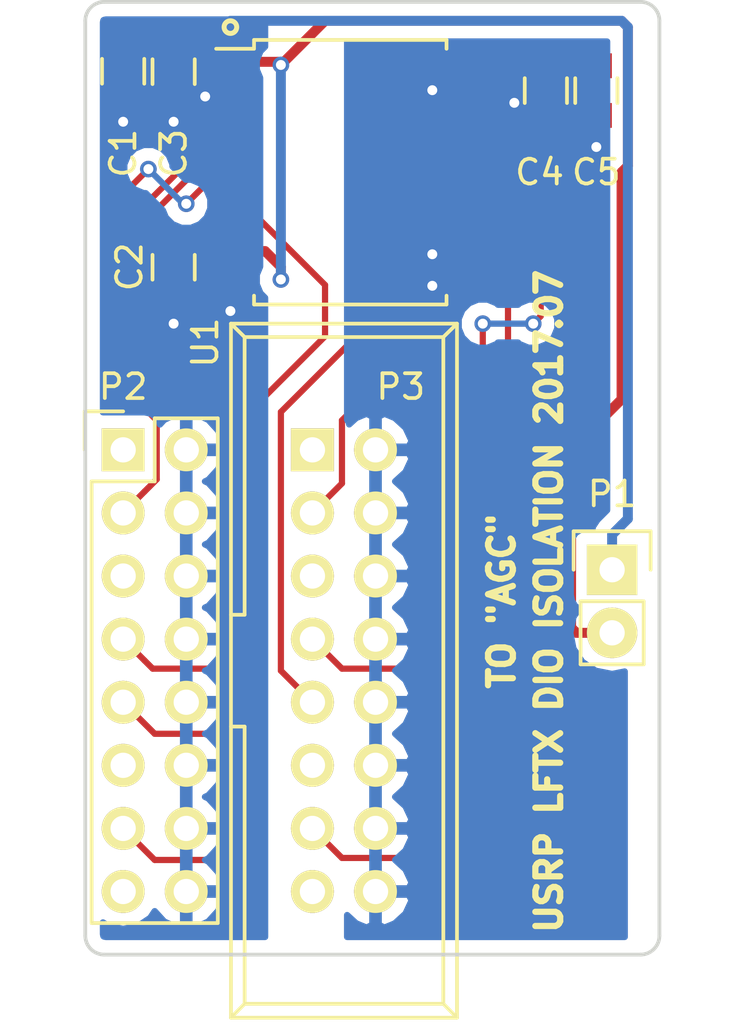
<source format=kicad_pcb>
(kicad_pcb (version 4) (host pcbnew 4.0.4-1.fc24-product)

  (general
    (links 40)
    (no_connects 0)
    (area 195.626667 43.861523 225.378334 85.301001)
    (thickness 1.6)
    (drawings 11)
    (tracks 139)
    (zones 0)
    (modules 9)
    (nets 13)
  )

  (page A4)
  (layers
    (0 F.Cu signal)
    (31 B.Cu signal)
    (32 B.Adhes user)
    (33 F.Adhes user)
    (34 B.Paste user)
    (35 F.Paste user)
    (36 B.SilkS user)
    (37 F.SilkS user)
    (38 B.Mask user)
    (39 F.Mask user)
    (40 Dwgs.User user)
    (41 Cmts.User user)
    (42 Eco1.User user)
    (43 Eco2.User user)
    (44 Edge.Cuts user)
    (45 Margin user)
    (46 B.CrtYd user)
    (47 F.CrtYd user)
    (48 B.Fab user)
    (49 F.Fab user)
  )

  (setup
    (last_trace_width 0.25)
    (user_trace_width 0.4)
    (trace_clearance 0.2)
    (zone_clearance 0.508)
    (zone_45_only no)
    (trace_min 0.2)
    (segment_width 0.2)
    (edge_width 0.15)
    (via_size 0.67)
    (via_drill 0.4)
    (via_min_size 0.4)
    (via_min_drill 0.3)
    (uvia_size 0.3)
    (uvia_drill 0.1)
    (uvias_allowed no)
    (uvia_min_size 0.2)
    (uvia_min_drill 0.1)
    (pcb_text_width 0.3)
    (pcb_text_size 1.5 1.5)
    (mod_edge_width 0.15)
    (mod_text_size 1 1)
    (mod_text_width 0.15)
    (pad_size 2.032 2.032)
    (pad_drill 1.016)
    (pad_to_mask_clearance 0.2)
    (aux_axis_origin 0 0)
    (visible_elements FFFEFF7F)
    (pcbplotparams
      (layerselection 0x010f0_80000001)
      (usegerberextensions false)
      (excludeedgelayer true)
      (linewidth 0.100000)
      (plotframeref false)
      (viasonmask false)
      (mode 1)
      (useauxorigin false)
      (hpglpennumber 1)
      (hpglpenspeed 20)
      (hpglpendiameter 15)
      (hpglpenoverlay 2)
      (psnegative false)
      (psa4output false)
      (plotreference true)
      (plotvalue true)
      (plotinvisibletext false)
      (padsonsilk false)
      (subtractmaskfromsilk false)
      (outputformat 1)
      (mirror false)
      (drillshape 0)
      (scaleselection 1)
      (outputdirectory gerbs/))
  )

  (net 0 "")
  (net 1 +3V3)
  (net 2 GND)
  (net 3 VDDA)
  (net 4 GNDA)
  (net 5 /FAULT)
  (net 6 /TRA)
  (net 7 /TRB)
  (net 8 /DISABLE)
  (net 9 /FAULT_ISO)
  (net 10 /TRA_ISO)
  (net 11 /TRB_ISO)
  (net 12 /DISABLE_ISO)

  (net_class Default "This is the default net class."
    (clearance 0.2)
    (trace_width 0.25)
    (via_dia 0.67)
    (via_drill 0.4)
    (uvia_dia 0.3)
    (uvia_drill 0.1)
    (add_net +3V3)
    (add_net /DISABLE)
    (add_net /DISABLE_ISO)
    (add_net /FAULT)
    (add_net /FAULT_ISO)
    (add_net /TRA)
    (add_net /TRA_ISO)
    (add_net /TRB)
    (add_net /TRB_ISO)
    (add_net GND)
    (add_net GNDA)
    (add_net VDDA)
  )

  (module Capacitors_SMD:C_0805 (layer F.Cu) (tedit 5415D6EA) (tstamp 59681D42)
    (at 200.66 46.736 270)
    (descr "Capacitor SMD 0805, reflow soldering, AVX (see smccp.pdf)")
    (tags "capacitor 0805")
    (path /596837BC)
    (attr smd)
    (fp_text reference C1 (at 3.302 0 270) (layer F.SilkS)
      (effects (font (size 1 1) (thickness 0.15)))
    )
    (fp_text value "10 uF" (at 0 2.1 270) (layer F.Fab)
      (effects (font (size 1 1) (thickness 0.15)))
    )
    (fp_line (start -1.8 -1) (end 1.8 -1) (layer F.CrtYd) (width 0.05))
    (fp_line (start -1.8 1) (end 1.8 1) (layer F.CrtYd) (width 0.05))
    (fp_line (start -1.8 -1) (end -1.8 1) (layer F.CrtYd) (width 0.05))
    (fp_line (start 1.8 -1) (end 1.8 1) (layer F.CrtYd) (width 0.05))
    (fp_line (start 0.5 -0.85) (end -0.5 -0.85) (layer F.SilkS) (width 0.15))
    (fp_line (start -0.5 0.85) (end 0.5 0.85) (layer F.SilkS) (width 0.15))
    (pad 1 smd rect (at -1 0 270) (size 1 1.25) (layers F.Cu F.Paste F.Mask)
      (net 1 +3V3))
    (pad 2 smd rect (at 1 0 270) (size 1 1.25) (layers F.Cu F.Paste F.Mask)
      (net 2 GND))
    (model Capacitors_SMD.3dshapes/C_0805.wrl
      (at (xyz 0 0 0))
      (scale (xyz 1 1 1))
      (rotate (xyz 0 0 0))
    )
  )

  (module Capacitors_SMD:C_0805 (layer F.Cu) (tedit 5415D6EA) (tstamp 59681D48)
    (at 202.692 54.626 270)
    (descr "Capacitor SMD 0805, reflow soldering, AVX (see smccp.pdf)")
    (tags "capacitor 0805")
    (path /596837C2)
    (attr smd)
    (fp_text reference C2 (at -0.016 1.778 450) (layer F.SilkS)
      (effects (font (size 1 1) (thickness 0.15)))
    )
    (fp_text value "100 nF" (at 0 2.1 270) (layer F.Fab)
      (effects (font (size 1 1) (thickness 0.15)))
    )
    (fp_line (start -1.8 -1) (end 1.8 -1) (layer F.CrtYd) (width 0.05))
    (fp_line (start -1.8 1) (end 1.8 1) (layer F.CrtYd) (width 0.05))
    (fp_line (start -1.8 -1) (end -1.8 1) (layer F.CrtYd) (width 0.05))
    (fp_line (start 1.8 -1) (end 1.8 1) (layer F.CrtYd) (width 0.05))
    (fp_line (start 0.5 -0.85) (end -0.5 -0.85) (layer F.SilkS) (width 0.15))
    (fp_line (start -0.5 0.85) (end 0.5 0.85) (layer F.SilkS) (width 0.15))
    (pad 1 smd rect (at -1 0 270) (size 1 1.25) (layers F.Cu F.Paste F.Mask)
      (net 1 +3V3))
    (pad 2 smd rect (at 1 0 270) (size 1 1.25) (layers F.Cu F.Paste F.Mask)
      (net 2 GND))
    (model Capacitors_SMD.3dshapes/C_0805.wrl
      (at (xyz 0 0 0))
      (scale (xyz 1 1 1))
      (rotate (xyz 0 0 0))
    )
  )

  (module Capacitors_SMD:C_0805 (layer F.Cu) (tedit 5415D6EA) (tstamp 59681D4E)
    (at 202.692 46.752 270)
    (descr "Capacitor SMD 0805, reflow soldering, AVX (see smccp.pdf)")
    (tags "capacitor 0805")
    (path /59683BA6)
    (attr smd)
    (fp_text reference C3 (at 3.286 0 270) (layer F.SilkS)
      (effects (font (size 1 1) (thickness 0.15)))
    )
    (fp_text value "100 nF" (at 0 2.1 270) (layer F.Fab)
      (effects (font (size 1 1) (thickness 0.15)))
    )
    (fp_line (start -1.8 -1) (end 1.8 -1) (layer F.CrtYd) (width 0.05))
    (fp_line (start -1.8 1) (end 1.8 1) (layer F.CrtYd) (width 0.05))
    (fp_line (start -1.8 -1) (end -1.8 1) (layer F.CrtYd) (width 0.05))
    (fp_line (start 1.8 -1) (end 1.8 1) (layer F.CrtYd) (width 0.05))
    (fp_line (start 0.5 -0.85) (end -0.5 -0.85) (layer F.SilkS) (width 0.15))
    (fp_line (start -0.5 0.85) (end 0.5 0.85) (layer F.SilkS) (width 0.15))
    (pad 1 smd rect (at -1 0 270) (size 1 1.25) (layers F.Cu F.Paste F.Mask)
      (net 1 +3V3))
    (pad 2 smd rect (at 1 0 270) (size 1 1.25) (layers F.Cu F.Paste F.Mask)
      (net 2 GND))
    (model Capacitors_SMD.3dshapes/C_0805.wrl
      (at (xyz 0 0 0))
      (scale (xyz 1 1 1))
      (rotate (xyz 0 0 0))
    )
  )

  (module Capacitors_SMD:C_0805 (layer F.Cu) (tedit 5415D6EA) (tstamp 59681D54)
    (at 217.678 47.514 270)
    (descr "Capacitor SMD 0805, reflow soldering, AVX (see smccp.pdf)")
    (tags "capacitor 0805")
    (path /59681C66)
    (attr smd)
    (fp_text reference C4 (at 3.286 0.254 360) (layer F.SilkS)
      (effects (font (size 1 1) (thickness 0.15)))
    )
    (fp_text value "100 nF" (at 0 2.1 270) (layer F.Fab)
      (effects (font (size 1 1) (thickness 0.15)))
    )
    (fp_line (start -1.8 -1) (end 1.8 -1) (layer F.CrtYd) (width 0.05))
    (fp_line (start -1.8 1) (end 1.8 1) (layer F.CrtYd) (width 0.05))
    (fp_line (start -1.8 -1) (end -1.8 1) (layer F.CrtYd) (width 0.05))
    (fp_line (start 1.8 -1) (end 1.8 1) (layer F.CrtYd) (width 0.05))
    (fp_line (start 0.5 -0.85) (end -0.5 -0.85) (layer F.SilkS) (width 0.15))
    (fp_line (start -0.5 0.85) (end 0.5 0.85) (layer F.SilkS) (width 0.15))
    (pad 1 smd rect (at -1 0 270) (size 1 1.25) (layers F.Cu F.Paste F.Mask)
      (net 3 VDDA))
    (pad 2 smd rect (at 1 0 270) (size 1 1.25) (layers F.Cu F.Paste F.Mask)
      (net 4 GNDA))
    (model Capacitors_SMD.3dshapes/C_0805.wrl
      (at (xyz 0 0 0))
      (scale (xyz 1 1 1))
      (rotate (xyz 0 0 0))
    )
  )

  (module Capacitors_SMD:C_0805 (layer F.Cu) (tedit 5415D6EA) (tstamp 59681D5A)
    (at 219.71 47.514 270)
    (descr "Capacitor SMD 0805, reflow soldering, AVX (see smccp.pdf)")
    (tags "capacitor 0805")
    (path /59681C60)
    (attr smd)
    (fp_text reference C5 (at 3.286 0 360) (layer F.SilkS)
      (effects (font (size 1 1) (thickness 0.15)))
    )
    (fp_text value "10 uF" (at 0 2.1 270) (layer F.Fab)
      (effects (font (size 1 1) (thickness 0.15)))
    )
    (fp_line (start -1.8 -1) (end 1.8 -1) (layer F.CrtYd) (width 0.05))
    (fp_line (start -1.8 1) (end 1.8 1) (layer F.CrtYd) (width 0.05))
    (fp_line (start -1.8 -1) (end -1.8 1) (layer F.CrtYd) (width 0.05))
    (fp_line (start 1.8 -1) (end 1.8 1) (layer F.CrtYd) (width 0.05))
    (fp_line (start 0.5 -0.85) (end -0.5 -0.85) (layer F.SilkS) (width 0.15))
    (fp_line (start -0.5 0.85) (end 0.5 0.85) (layer F.SilkS) (width 0.15))
    (pad 1 smd rect (at -1 0 270) (size 1 1.25) (layers F.Cu F.Paste F.Mask)
      (net 3 VDDA))
    (pad 2 smd rect (at 1 0 270) (size 1 1.25) (layers F.Cu F.Paste F.Mask)
      (net 4 GNDA))
    (model Capacitors_SMD.3dshapes/C_0805.wrl
      (at (xyz 0 0 0))
      (scale (xyz 1 1 1))
      (rotate (xyz 0 0 0))
    )
  )

  (module Pin_Headers:Pin_Header_Straight_1x02 (layer F.Cu) (tedit 54EA090C) (tstamp 59681D60)
    (at 220.345 66.802)
    (descr "Through hole pin header")
    (tags "pin header")
    (path /596813C1)
    (fp_text reference P1 (at 0 -3.048) (layer F.SilkS)
      (effects (font (size 1 1) (thickness 0.15)))
    )
    (fp_text value CONN_01X02 (at 0 -3.1) (layer F.Fab)
      (effects (font (size 1 1) (thickness 0.15)))
    )
    (fp_line (start 1.27 1.27) (end 1.27 3.81) (layer F.SilkS) (width 0.15))
    (fp_line (start 1.55 -1.55) (end 1.55 0) (layer F.SilkS) (width 0.15))
    (fp_line (start -1.75 -1.75) (end -1.75 4.3) (layer F.CrtYd) (width 0.05))
    (fp_line (start 1.75 -1.75) (end 1.75 4.3) (layer F.CrtYd) (width 0.05))
    (fp_line (start -1.75 -1.75) (end 1.75 -1.75) (layer F.CrtYd) (width 0.05))
    (fp_line (start -1.75 4.3) (end 1.75 4.3) (layer F.CrtYd) (width 0.05))
    (fp_line (start 1.27 1.27) (end -1.27 1.27) (layer F.SilkS) (width 0.15))
    (fp_line (start -1.55 0) (end -1.55 -1.55) (layer F.SilkS) (width 0.15))
    (fp_line (start -1.55 -1.55) (end 1.55 -1.55) (layer F.SilkS) (width 0.15))
    (fp_line (start -1.27 1.27) (end -1.27 3.81) (layer F.SilkS) (width 0.15))
    (fp_line (start -1.27 3.81) (end 1.27 3.81) (layer F.SilkS) (width 0.15))
    (pad 1 thru_hole rect (at 0 0) (size 2.032 2.032) (drill 1.016) (layers *.Cu *.Mask F.SilkS)
      (net 2 GND))
    (pad 2 thru_hole oval (at 0 2.54) (size 2.032 2.032) (drill 1.016) (layers *.Cu *.Mask F.SilkS)
      (net 1 +3V3))
    (model Pin_Headers.3dshapes/Pin_Header_Straight_1x02.wrl
      (at (xyz 0 -0.05 0))
      (scale (xyz 1 1 1))
      (rotate (xyz 0 0 90))
    )
  )

  (module Housings_SOIC:SOIC-16_7.5x10.3mm_Pitch1.27mm (layer F.Cu) (tedit 54130A77) (tstamp 59681D9C)
    (at 209.804 50.8)
    (descr "16-Lead Plastic Small Outline (SO) - Wide, 7.50 mm Body [SOIC] (see Microchip Packaging Specification 00000049BS.pdf)")
    (tags "SOIC 1.27")
    (path /59681EF7)
    (attr smd)
    (fp_text reference U1 (at -5.842 6.858 90) (layer F.SilkS)
      (effects (font (size 1 1) (thickness 0.15)))
    )
    (fp_text value ADUM5402ARWZ (at 0 6.25) (layer F.Fab)
      (effects (font (size 1 1) (thickness 0.15)))
    )
    (fp_line (start -5.65 -5.5) (end -5.65 5.5) (layer F.CrtYd) (width 0.05))
    (fp_line (start 5.65 -5.5) (end 5.65 5.5) (layer F.CrtYd) (width 0.05))
    (fp_line (start -5.65 -5.5) (end 5.65 -5.5) (layer F.CrtYd) (width 0.05))
    (fp_line (start -5.65 5.5) (end 5.65 5.5) (layer F.CrtYd) (width 0.05))
    (fp_line (start -3.875 -5.325) (end -3.875 -4.97) (layer F.SilkS) (width 0.15))
    (fp_line (start 3.875 -5.325) (end 3.875 -4.97) (layer F.SilkS) (width 0.15))
    (fp_line (start 3.875 5.325) (end 3.875 4.97) (layer F.SilkS) (width 0.15))
    (fp_line (start -3.875 5.325) (end -3.875 4.97) (layer F.SilkS) (width 0.15))
    (fp_line (start -3.875 -5.325) (end 3.875 -5.325) (layer F.SilkS) (width 0.15))
    (fp_line (start -3.875 5.325) (end 3.875 5.325) (layer F.SilkS) (width 0.15))
    (fp_line (start -3.875 -4.97) (end -5.4 -4.97) (layer F.SilkS) (width 0.15))
    (pad 1 smd rect (at -4.65 -4.445) (size 1.5 0.6) (layers F.Cu F.Paste F.Mask)
      (net 1 +3V3))
    (pad 2 smd rect (at -4.65 -3.175) (size 1.5 0.6) (layers F.Cu F.Paste F.Mask)
      (net 2 GND))
    (pad 3 smd rect (at -4.65 -1.905) (size 1.5 0.6) (layers F.Cu F.Paste F.Mask)
      (net 6 /TRA))
    (pad 4 smd rect (at -4.65 -0.635) (size 1.5 0.6) (layers F.Cu F.Paste F.Mask)
      (net 7 /TRB))
    (pad 5 smd rect (at -4.65 0.635) (size 1.5 0.6) (layers F.Cu F.Paste F.Mask)
      (net 5 /FAULT))
    (pad 6 smd rect (at -4.65 1.905) (size 1.5 0.6) (layers F.Cu F.Paste F.Mask)
      (net 8 /DISABLE))
    (pad 7 smd rect (at -4.65 3.175) (size 1.5 0.6) (layers F.Cu F.Paste F.Mask)
      (net 1 +3V3))
    (pad 8 smd rect (at -4.65 4.445) (size 1.5 0.6) (layers F.Cu F.Paste F.Mask)
      (net 2 GND))
    (pad 9 smd rect (at 4.65 4.445) (size 1.5 0.6) (layers F.Cu F.Paste F.Mask)
      (net 4 GNDA))
    (pad 10 smd rect (at 4.65 3.175) (size 1.5 0.6) (layers F.Cu F.Paste F.Mask)
      (net 4 GNDA))
    (pad 11 smd rect (at 4.65 1.905) (size 1.5 0.6) (layers F.Cu F.Paste F.Mask)
      (net 12 /DISABLE_ISO))
    (pad 12 smd rect (at 4.65 0.635) (size 1.5 0.6) (layers F.Cu F.Paste F.Mask)
      (net 9 /FAULT_ISO))
    (pad 13 smd rect (at 4.65 -0.635) (size 1.5 0.6) (layers F.Cu F.Paste F.Mask)
      (net 11 /TRB_ISO))
    (pad 14 smd rect (at 4.65 -1.905) (size 1.5 0.6) (layers F.Cu F.Paste F.Mask)
      (net 10 /TRA_ISO))
    (pad 15 smd rect (at 4.65 -3.175) (size 1.5 0.6) (layers F.Cu F.Paste F.Mask)
      (net 4 GNDA))
    (pad 16 smd rect (at 4.65 -4.445) (size 1.5 0.6) (layers F.Cu F.Paste F.Mask)
      (net 3 VDDA))
    (model Housings_SOIC.3dshapes/SOIC-16_7.5x10.3mm_Pitch1.27mm.wrl
      (at (xyz 0 0 0))
      (scale (xyz 1 1 1))
      (rotate (xyz 0 0 0))
    )
  )

  (module Pin_Headers:Pin_Header_Straight_2x08 (layer F.Cu) (tedit 0) (tstamp 596850D6)
    (at 200.66 61.976)
    (descr "Through hole pin header")
    (tags "pin header")
    (path /59681332)
    (fp_text reference P2 (at 0 -2.54) (layer F.SilkS)
      (effects (font (size 1 1) (thickness 0.15)))
    )
    (fp_text value CONN_02X08 (at 0 -3.1) (layer F.Fab)
      (effects (font (size 1 1) (thickness 0.15)))
    )
    (fp_line (start -1.75 -1.75) (end -1.75 19.55) (layer F.CrtYd) (width 0.05))
    (fp_line (start 4.3 -1.75) (end 4.3 19.55) (layer F.CrtYd) (width 0.05))
    (fp_line (start -1.75 -1.75) (end 4.3 -1.75) (layer F.CrtYd) (width 0.05))
    (fp_line (start -1.75 19.55) (end 4.3 19.55) (layer F.CrtYd) (width 0.05))
    (fp_line (start 3.81 19.05) (end 3.81 -1.27) (layer F.SilkS) (width 0.15))
    (fp_line (start -1.27 1.27) (end -1.27 19.05) (layer F.SilkS) (width 0.15))
    (fp_line (start 3.81 19.05) (end -1.27 19.05) (layer F.SilkS) (width 0.15))
    (fp_line (start 3.81 -1.27) (end 1.27 -1.27) (layer F.SilkS) (width 0.15))
    (fp_line (start 0 -1.55) (end -1.55 -1.55) (layer F.SilkS) (width 0.15))
    (fp_line (start 1.27 -1.27) (end 1.27 1.27) (layer F.SilkS) (width 0.15))
    (fp_line (start 1.27 1.27) (end -1.27 1.27) (layer F.SilkS) (width 0.15))
    (fp_line (start -1.55 -1.55) (end -1.55 0) (layer F.SilkS) (width 0.15))
    (pad 1 thru_hole rect (at 0 0) (size 1.7272 1.7272) (drill 1.016) (layers *.Cu *.Mask F.SilkS))
    (pad 2 thru_hole oval (at 2.54 0) (size 1.7272 1.7272) (drill 1.016) (layers *.Cu *.Mask F.SilkS)
      (net 2 GND))
    (pad 3 thru_hole oval (at 0 2.54) (size 1.7272 1.7272) (drill 1.016) (layers *.Cu *.Mask F.SilkS)
      (net 5 /FAULT))
    (pad 4 thru_hole oval (at 2.54 2.54) (size 1.7272 1.7272) (drill 1.016) (layers *.Cu *.Mask F.SilkS)
      (net 2 GND))
    (pad 5 thru_hole oval (at 0 5.08) (size 1.7272 1.7272) (drill 1.016) (layers *.Cu *.Mask F.SilkS))
    (pad 6 thru_hole oval (at 2.54 5.08) (size 1.7272 1.7272) (drill 1.016) (layers *.Cu *.Mask F.SilkS)
      (net 2 GND))
    (pad 7 thru_hole oval (at 0 7.62) (size 1.7272 1.7272) (drill 1.016) (layers *.Cu *.Mask F.SilkS)
      (net 6 /TRA))
    (pad 8 thru_hole oval (at 2.54 7.62) (size 1.7272 1.7272) (drill 1.016) (layers *.Cu *.Mask F.SilkS)
      (net 2 GND))
    (pad 9 thru_hole oval (at 0 10.16) (size 1.7272 1.7272) (drill 1.016) (layers *.Cu *.Mask F.SilkS)
      (net 7 /TRB))
    (pad 10 thru_hole oval (at 2.54 10.16) (size 1.7272 1.7272) (drill 1.016) (layers *.Cu *.Mask F.SilkS)
      (net 2 GND))
    (pad 11 thru_hole oval (at 0 12.7) (size 1.7272 1.7272) (drill 1.016) (layers *.Cu *.Mask F.SilkS))
    (pad 12 thru_hole oval (at 2.54 12.7) (size 1.7272 1.7272) (drill 1.016) (layers *.Cu *.Mask F.SilkS)
      (net 2 GND))
    (pad 13 thru_hole oval (at 0 15.24) (size 1.7272 1.7272) (drill 1.016) (layers *.Cu *.Mask F.SilkS)
      (net 8 /DISABLE))
    (pad 14 thru_hole oval (at 2.54 15.24) (size 1.7272 1.7272) (drill 1.016) (layers *.Cu *.Mask F.SilkS)
      (net 2 GND))
    (pad 15 thru_hole oval (at 0 17.78) (size 1.7272 1.7272) (drill 1.016) (layers *.Cu *.Mask F.SilkS))
    (pad 16 thru_hole oval (at 2.54 17.78) (size 1.7272 1.7272) (drill 1.016) (layers *.Cu *.Mask F.SilkS)
      (net 2 GND))
    (model Pin_Headers.3dshapes/Pin_Header_Straight_2x08.wrl
      (at (xyz 0.05 -0.35 0))
      (scale (xyz 1 1 1))
      (rotate (xyz 0 0 90))
    )
  )

  (module Connect:IDC_Header_Straight_16pins (layer F.Cu) (tedit 0) (tstamp 596850E9)
    (at 208.28 61.976 270)
    (descr "16 pins through hole IDC header")
    (tags "IDC header socket VASCH")
    (path /59681375)
    (fp_text reference P3 (at -2.54 -3.556 360) (layer F.SilkS)
      (effects (font (size 1 1) (thickness 0.15)))
    )
    (fp_text value CONN_02X08 (at 8.89 5.223 270) (layer F.Fab)
      (effects (font (size 1 1) (thickness 0.15)))
    )
    (fp_line (start -5.08 -5.82) (end 22.86 -5.82) (layer F.SilkS) (width 0.15))
    (fp_line (start -4.54 -5.27) (end 22.3 -5.27) (layer F.SilkS) (width 0.15))
    (fp_line (start -5.08 3.28) (end 22.86 3.28) (layer F.SilkS) (width 0.15))
    (fp_line (start -4.54 2.73) (end 6.64 2.73) (layer F.SilkS) (width 0.15))
    (fp_line (start 11.14 2.73) (end 22.3 2.73) (layer F.SilkS) (width 0.15))
    (fp_line (start 6.64 2.73) (end 6.64 3.28) (layer F.SilkS) (width 0.15))
    (fp_line (start 11.14 2.73) (end 11.14 3.28) (layer F.SilkS) (width 0.15))
    (fp_line (start -5.08 -5.82) (end -5.08 3.28) (layer F.SilkS) (width 0.15))
    (fp_line (start -4.54 -5.27) (end -4.54 2.73) (layer F.SilkS) (width 0.15))
    (fp_line (start 22.86 -5.82) (end 22.86 3.28) (layer F.SilkS) (width 0.15))
    (fp_line (start 22.3 -5.27) (end 22.3 2.73) (layer F.SilkS) (width 0.15))
    (fp_line (start -5.08 -5.82) (end -4.54 -5.27) (layer F.SilkS) (width 0.15))
    (fp_line (start 22.86 -5.82) (end 22.3 -5.27) (layer F.SilkS) (width 0.15))
    (fp_line (start -5.08 3.28) (end -4.54 2.73) (layer F.SilkS) (width 0.15))
    (fp_line (start 22.86 3.28) (end 22.3 2.73) (layer F.SilkS) (width 0.15))
    (fp_line (start -5.35 -6.05) (end 23.1 -6.05) (layer F.CrtYd) (width 0.05))
    (fp_line (start 23.1 -6.05) (end 23.1 3.55) (layer F.CrtYd) (width 0.05))
    (fp_line (start 23.1 3.55) (end -5.35 3.55) (layer F.CrtYd) (width 0.05))
    (fp_line (start -5.35 3.55) (end -5.35 -6.05) (layer F.CrtYd) (width 0.05))
    (pad 1 thru_hole rect (at 0 0 270) (size 1.7272 1.7272) (drill 1.016) (layers *.Cu *.Mask F.SilkS))
    (pad 2 thru_hole oval (at 0 -2.54 270) (size 1.7272 1.7272) (drill 1.016) (layers *.Cu *.Mask F.SilkS)
      (net 4 GNDA))
    (pad 3 thru_hole oval (at 2.54 0 270) (size 1.7272 1.7272) (drill 1.016) (layers *.Cu *.Mask F.SilkS)
      (net 9 /FAULT_ISO))
    (pad 4 thru_hole oval (at 2.54 -2.54 270) (size 1.7272 1.7272) (drill 1.016) (layers *.Cu *.Mask F.SilkS)
      (net 4 GNDA))
    (pad 5 thru_hole oval (at 5.08 0 270) (size 1.7272 1.7272) (drill 1.016) (layers *.Cu *.Mask F.SilkS))
    (pad 6 thru_hole oval (at 5.08 -2.54 270) (size 1.7272 1.7272) (drill 1.016) (layers *.Cu *.Mask F.SilkS)
      (net 4 GNDA))
    (pad 7 thru_hole oval (at 7.62 0 270) (size 1.7272 1.7272) (drill 1.016) (layers *.Cu *.Mask F.SilkS)
      (net 10 /TRA_ISO))
    (pad 8 thru_hole oval (at 7.62 -2.54 270) (size 1.7272 1.7272) (drill 1.016) (layers *.Cu *.Mask F.SilkS)
      (net 4 GNDA))
    (pad 9 thru_hole oval (at 10.16 0 270) (size 1.7272 1.7272) (drill 1.016) (layers *.Cu *.Mask F.SilkS)
      (net 11 /TRB_ISO))
    (pad 10 thru_hole oval (at 10.16 -2.54 270) (size 1.7272 1.7272) (drill 1.016) (layers *.Cu *.Mask F.SilkS)
      (net 4 GNDA))
    (pad 11 thru_hole oval (at 12.7 0 270) (size 1.7272 1.7272) (drill 1.016) (layers *.Cu *.Mask F.SilkS))
    (pad 12 thru_hole oval (at 12.7 -2.54 270) (size 1.7272 1.7272) (drill 1.016) (layers *.Cu *.Mask F.SilkS)
      (net 4 GNDA))
    (pad 13 thru_hole oval (at 15.24 0 270) (size 1.7272 1.7272) (drill 1.016) (layers *.Cu *.Mask F.SilkS)
      (net 12 /DISABLE_ISO))
    (pad 14 thru_hole oval (at 15.24 -2.54 270) (size 1.7272 1.7272) (drill 1.016) (layers *.Cu *.Mask F.SilkS)
      (net 4 GNDA))
    (pad 15 thru_hole oval (at 17.78 0 270) (size 1.7272 1.7272) (drill 1.016) (layers *.Cu *.Mask F.SilkS))
    (pad 16 thru_hole oval (at 17.78 -2.54 270) (size 1.7272 1.7272) (drill 1.016) (layers *.Cu *.Mask F.SilkS)
      (net 4 GNDA))
  )

  (gr_text "TO \"AGC\"" (at 215.9 68.072 90) (layer F.SilkS) (tstamp 596900CB)
    (effects (font (size 1 1) (thickness 0.25)))
  )
  (gr_line (start 222.25 81.534) (end 222.25 44.704) (layer Edge.Cuts) (width 0.15))
  (gr_line (start 199.898 82.296) (end 221.488 82.296) (layer Edge.Cuts) (width 0.15))
  (gr_line (start 199.136 44.704) (end 199.136 81.534) (layer Edge.Cuts) (width 0.15))
  (gr_line (start 221.488 43.942) (end 199.898 43.942) (layer Edge.Cuts) (width 0.15))
  (gr_arc (start 199.898 81.534) (end 199.898 82.296) (angle 90) (layer Edge.Cuts) (width 0.15))
  (gr_arc (start 221.488 81.534) (end 222.25 81.534) (angle 90) (layer Edge.Cuts) (width 0.15))
  (gr_arc (start 221.488 44.704) (end 221.488 43.942) (angle 90) (layer Edge.Cuts) (width 0.15))
  (gr_arc (start 199.898 44.704) (end 199.136 44.704) (angle 90) (layer Edge.Cuts) (width 0.15))
  (gr_circle (center 204.978 44.958) (end 204.724 44.958) (layer F.SilkS) (width 0.2))
  (gr_text "USRP LFTX DIO ISOLATION 2017.07" (at 217.805 68.072 90) (layer F.SilkS)
    (effects (font (size 1 1) (thickness 0.25)))
  )

  (segment (start 220.345 69.342) (end 218.90816 69.342) (width 0.4) (layer F.Cu) (net 1))
  (segment (start 220.726 44.704) (end 208.788 44.704) (width 0.4) (layer F.Cu) (net 1))
  (segment (start 218.90816 69.342) (end 218.694 69.12784) (width 0.4) (layer F.Cu) (net 1))
  (segment (start 208.788 44.704) (end 207.01 46.482) (width 0.4) (layer F.Cu) (net 1))
  (segment (start 218.694 69.12784) (end 218.694 61.976) (width 0.4) (layer F.Cu) (net 1))
  (segment (start 218.694 61.976) (end 220.726 59.944) (width 0.4) (layer F.Cu) (net 1))
  (segment (start 220.726 59.944) (end 220.726 51.054) (width 0.4) (layer F.Cu) (net 1))
  (segment (start 220.726 51.054) (end 220.735001 51.044999) (width 0.4) (layer F.Cu) (net 1))
  (segment (start 220.735001 51.044999) (end 220.735001 50.790999) (width 0.4) (layer F.Cu) (net 1))
  (segment (start 220.98 44.958) (end 220.726 44.704) (width 0.4) (layer F.Cu) (net 1))
  (segment (start 220.735001 50.790999) (end 220.98 50.546) (width 0.4) (layer F.Cu) (net 1))
  (segment (start 220.98 50.546) (end 220.98 44.958) (width 0.4) (layer F.Cu) (net 1))
  (segment (start 205.154 53.975) (end 206.375 53.975) (width 0.4) (layer F.Cu) (net 1))
  (segment (start 206.375 53.975) (end 207.01 54.61) (width 0.4) (layer F.Cu) (net 1))
  (segment (start 207.01 54.61) (end 207.01 55.118) (width 0.4) (layer F.Cu) (net 1))
  (via (at 207.01 55.118) (size 0.67) (drill 0.4) (layers F.Cu B.Cu) (net 1))
  (segment (start 207.01 46.482) (end 207.01 55.118) (width 0.4) (layer B.Cu) (net 1))
  (segment (start 205.154 46.355) (end 206.883 46.355) (width 0.4) (layer F.Cu) (net 1))
  (segment (start 206.883 46.355) (end 207.01 46.482) (width 0.4) (layer F.Cu) (net 1))
  (via (at 207.01 46.482) (size 0.67) (drill 0.4) (layers F.Cu B.Cu) (net 1))
  (segment (start 203.74 53.626) (end 203.74 53.711) (width 0.4) (layer F.Cu) (net 1))
  (segment (start 203.74 53.711) (end 204.004 53.975) (width 0.4) (layer F.Cu) (net 1))
  (segment (start 204.004 53.975) (end 205.154 53.975) (width 0.4) (layer F.Cu) (net 1))
  (segment (start 202.692 53.626) (end 203.74 53.626) (width 0.4) (layer F.Cu) (net 1))
  (segment (start 203.962 45.997) (end 203.962 46.313) (width 0.4) (layer F.Cu) (net 1))
  (segment (start 203.962 46.313) (end 204.004 46.355) (width 0.4) (layer F.Cu) (net 1))
  (segment (start 204.004 46.355) (end 205.154 46.355) (width 0.4) (layer F.Cu) (net 1))
  (segment (start 202.692 45.752) (end 203.717 45.752) (width 0.4) (layer F.Cu) (net 1))
  (segment (start 203.717 45.752) (end 203.962 45.997) (width 0.4) (layer F.Cu) (net 1))
  (segment (start 202.692 45.752) (end 200.676 45.752) (width 0.4) (layer F.Cu) (net 1))
  (segment (start 200.676 45.752) (end 200.66 45.736) (width 0.4) (layer F.Cu) (net 1))
  (segment (start 220.345 65.386) (end 220.726 65.005) (width 0.4) (layer B.Cu) (net 2))
  (segment (start 220.98 64.751) (end 220.726 65.005) (width 0.4) (layer B.Cu) (net 2))
  (segment (start 204.978 44.704) (end 220.726 44.704) (width 0.4) (layer B.Cu) (net 2))
  (segment (start 220.726 44.704) (end 220.98 44.958) (width 0.4) (layer B.Cu) (net 2))
  (segment (start 220.98 44.958) (end 220.98 64.751) (width 0.4) (layer B.Cu) (net 2))
  (segment (start 220.345 66.802) (end 220.345 65.386) (width 0.4) (layer B.Cu) (net 2))
  (segment (start 205.154 47.625) (end 204.089 47.625) (width 0.4) (layer F.Cu) (net 2))
  (segment (start 204.089 47.625) (end 203.962 47.752) (width 0.4) (layer F.Cu) (net 2))
  (via (at 203.962 47.752) (size 0.67) (drill 0.4) (layers F.Cu B.Cu) (net 2))
  (segment (start 202.692 47.752) (end 202.692 48.768) (width 0.4) (layer F.Cu) (net 2))
  (via (at 202.692 48.768) (size 0.67) (drill 0.4) (layers F.Cu B.Cu) (net 2))
  (segment (start 205.154 55.245) (end 205.154 56.212) (width 0.25) (layer F.Cu) (net 2))
  (segment (start 205.154 56.212) (end 204.978 56.388) (width 0.25) (layer F.Cu) (net 2))
  (via (at 204.978 56.388) (size 0.67) (drill 0.4) (layers F.Cu B.Cu) (net 2))
  (segment (start 202.692 55.626) (end 202.692 56.896) (width 0.4) (layer F.Cu) (net 2))
  (via (at 202.692 56.896) (size 0.67) (drill 0.4) (layers F.Cu B.Cu) (net 2))
  (segment (start 200.66 47.736) (end 200.66 48.768) (width 0.4) (layer F.Cu) (net 2))
  (via (at 200.66 48.768) (size 0.67) (drill 0.4) (layers F.Cu B.Cu) (net 2))
  (segment (start 217.678 46.514) (end 216.916 46.514) (width 0.4) (layer F.Cu) (net 3))
  (segment (start 216.916 46.514) (end 219.202 46.514) (width 0.4) (layer F.Cu) (net 3))
  (segment (start 214.454 46.355) (end 216.757 46.355) (width 0.4) (layer F.Cu) (net 3))
  (segment (start 216.757 46.355) (end 216.916 46.514) (width 0.4) (layer F.Cu) (net 3))
  (segment (start 216.408 48.269) (end 216.408 48.006) (width 0.4) (layer F.Cu) (net 4))
  (via (at 216.408 48.006) (size 0.67) (drill 0.4) (layers F.Cu B.Cu) (net 4))
  (segment (start 219.71 48.514) (end 219.71 49.784) (width 0.4) (layer F.Cu) (net 4))
  (via (at 219.71 49.784) (size 0.67) (drill 0.4) (layers F.Cu B.Cu) (net 4))
  (segment (start 214.454 53.975) (end 213.233 53.975) (width 0.4) (layer F.Cu) (net 4))
  (segment (start 213.233 53.975) (end 213.106 54.102) (width 0.4) (layer F.Cu) (net 4))
  (via (at 213.106 54.102) (size 0.67) (drill 0.4) (layers F.Cu B.Cu) (net 4))
  (segment (start 214.454 55.245) (end 213.233 55.245) (width 0.4) (layer F.Cu) (net 4))
  (segment (start 213.233 55.245) (end 213.106 55.372) (width 0.4) (layer F.Cu) (net 4))
  (via (at 213.106 55.372) (size 0.67) (drill 0.4) (layers F.Cu B.Cu) (net 4))
  (segment (start 217.678 48.514) (end 216.653 48.514) (width 0.4) (layer F.Cu) (net 4))
  (segment (start 216.653 48.514) (end 216.408 48.269) (width 0.4) (layer F.Cu) (net 4))
  (segment (start 214.454 47.625) (end 213.233 47.625) (width 0.4) (layer F.Cu) (net 4))
  (segment (start 213.233 47.625) (end 213.106 47.498) (width 0.4) (layer F.Cu) (net 4))
  (via (at 213.106 47.498) (size 0.67) (drill 0.4) (layers F.Cu B.Cu) (net 4))
  (segment (start 201.676 50.673) (end 200.533 51.816) (width 0.25) (layer F.Cu) (net 5))
  (segment (start 200.533 51.816) (end 200.533 59.309) (width 0.25) (layer F.Cu) (net 5))
  (segment (start 200.533 59.309) (end 202.011399 60.787399) (width 0.25) (layer F.Cu) (net 5))
  (segment (start 202.011399 60.787399) (end 202.011399 63.164601) (width 0.25) (layer F.Cu) (net 5))
  (segment (start 202.011399 63.164601) (end 201.523599 63.652401) (width 0.25) (layer F.Cu) (net 5))
  (segment (start 201.523599 63.652401) (end 200.66 64.516) (width 0.25) (layer F.Cu) (net 5))
  (segment (start 203.2 52.07) (end 203.073 52.07) (width 0.25) (layer B.Cu) (net 5))
  (segment (start 203.073 52.07) (end 201.676 50.673) (width 0.25) (layer B.Cu) (net 5))
  (via (at 201.676 50.673) (size 0.67) (drill 0.4) (layers F.Cu B.Cu) (net 5))
  (segment (start 205.154 51.435) (end 203.835 51.435) (width 0.25) (layer F.Cu) (net 5))
  (segment (start 203.835 51.435) (end 203.2 52.07) (width 0.25) (layer F.Cu) (net 5))
  (via (at 203.2 52.07) (size 0.67) (drill 0.4) (layers F.Cu B.Cu) (net 5))
  (segment (start 201.848601 70.784601) (end 201.523599 70.459599) (width 0.25) (layer F.Cu) (net 6))
  (segment (start 204.551399 70.784601) (end 201.848601 70.784601) (width 0.25) (layer F.Cu) (net 6))
  (segment (start 204.154 49.445) (end 204.154 49.501002) (width 0.25) (layer F.Cu) (net 6))
  (segment (start 201.523599 70.459599) (end 200.66 69.596) (width 0.25) (layer F.Cu) (net 6))
  (segment (start 204.978 61.214) (end 204.978 70.358) (width 0.25) (layer F.Cu) (net 6))
  (segment (start 204.704 48.895) (end 204.154 49.445) (width 0.25) (layer F.Cu) (net 6))
  (segment (start 204.978 70.358) (end 204.551399 70.784601) (width 0.25) (layer F.Cu) (net 6))
  (segment (start 201.168 57.404) (end 204.978 61.214) (width 0.25) (layer F.Cu) (net 6))
  (segment (start 205.154 48.895) (end 204.704 48.895) (width 0.25) (layer F.Cu) (net 6))
  (segment (start 201.168 52.487002) (end 201.168 57.404) (width 0.25) (layer F.Cu) (net 6))
  (segment (start 204.154 49.501002) (end 201.168 52.487002) (width 0.25) (layer F.Cu) (net 6))
  (segment (start 201.676 52.643) (end 204.154 50.165) (width 0.25) (layer F.Cu) (net 7))
  (segment (start 205.486 60.96) (end 201.676 57.15) (width 0.25) (layer F.Cu) (net 7))
  (segment (start 204.154 50.165) (end 205.154 50.165) (width 0.25) (layer F.Cu) (net 7))
  (segment (start 204.724 73.406) (end 205.486 72.644) (width 0.25) (layer F.Cu) (net 7))
  (segment (start 200.66 72.136) (end 201.93 73.406) (width 0.25) (layer F.Cu) (net 7))
  (segment (start 201.676 57.15) (end 201.676 52.643) (width 0.25) (layer F.Cu) (net 7))
  (segment (start 205.486 72.644) (end 205.486 60.96) (width 0.25) (layer F.Cu) (net 7))
  (segment (start 201.93 73.406) (end 204.724 73.406) (width 0.25) (layer F.Cu) (net 7))
  (segment (start 204.978 78.486) (end 201.93 78.486) (width 0.25) (layer F.Cu) (net 8))
  (segment (start 201.93 78.486) (end 200.66 77.216) (width 0.25) (layer F.Cu) (net 8))
  (segment (start 205.994 77.47) (end 204.978 78.486) (width 0.25) (layer F.Cu) (net 8))
  (segment (start 205.994 60.198) (end 205.994 77.47) (width 0.25) (layer F.Cu) (net 8))
  (segment (start 208.788 57.404) (end 205.994 60.198) (width 0.25) (layer F.Cu) (net 8))
  (segment (start 208.788 55.339) (end 208.788 57.404) (width 0.25) (layer F.Cu) (net 8))
  (segment (start 205.154 52.705) (end 206.154 52.705) (width 0.25) (layer F.Cu) (net 8))
  (segment (start 206.154 52.705) (end 208.788 55.339) (width 0.25) (layer F.Cu) (net 8))
  (segment (start 212.344 52.324) (end 213.233 51.435) (width 0.25) (layer F.Cu) (net 9))
  (segment (start 213.233 51.435) (end 214.454 51.435) (width 0.25) (layer F.Cu) (net 9))
  (segment (start 212.344 57.912) (end 212.344 52.324) (width 0.25) (layer F.Cu) (net 9))
  (segment (start 209.468601 60.787399) (end 212.344 57.912) (width 0.25) (layer F.Cu) (net 9))
  (segment (start 208.28 64.516) (end 209.468601 63.327399) (width 0.25) (layer F.Cu) (net 9))
  (segment (start 209.468601 63.327399) (end 209.468601 60.787399) (width 0.25) (layer F.Cu) (net 9))
  (segment (start 217.469999 50.337999) (end 216.027 48.895) (width 0.25) (layer F.Cu) (net 10))
  (segment (start 216.027 48.895) (end 214.454 48.895) (width 0.25) (layer F.Cu) (net 10))
  (segment (start 217.17 56.896) (end 217.469999 56.596001) (width 0.25) (layer F.Cu) (net 10))
  (segment (start 217.469999 56.596001) (end 217.469999 50.337999) (width 0.25) (layer F.Cu) (net 10))
  (via (at 217.17 56.896) (size 0.67) (drill 0.4) (layers F.Cu B.Cu) (net 10))
  (segment (start 215.138 56.896) (end 217.17 56.896) (width 0.25) (layer B.Cu) (net 10))
  (segment (start 215.138 68.417202) (end 215.138 56.896) (width 0.25) (layer F.Cu) (net 10))
  (via (at 215.138 56.896) (size 0.67) (drill 0.4) (layers F.Cu B.Cu) (net 10))
  (segment (start 212.770601 70.784601) (end 215.138 68.417202) (width 0.25) (layer F.Cu) (net 10))
  (segment (start 208.28 69.596) (end 209.468601 70.784601) (width 0.25) (layer F.Cu) (net 10))
  (segment (start 209.468601 70.784601) (end 212.770601 70.784601) (width 0.25) (layer F.Cu) (net 10))
  (segment (start 211.582 55.88) (end 211.582 52.037) (width 0.25) (layer F.Cu) (net 11))
  (segment (start 208.28 72.136) (end 207.01 70.866) (width 0.25) (layer F.Cu) (net 11))
  (segment (start 207.01 70.866) (end 207.01 60.452) (width 0.25) (layer F.Cu) (net 11))
  (segment (start 207.01 60.452) (end 210.82 56.642) (width 0.25) (layer F.Cu) (net 11))
  (segment (start 210.82 56.642) (end 211.582 55.88) (width 0.25) (layer F.Cu) (net 11))
  (segment (start 211.582 52.037) (end 213.454 50.165) (width 0.25) (layer F.Cu) (net 11))
  (segment (start 213.454 50.165) (end 214.454 50.165) (width 0.25) (layer F.Cu) (net 11))
  (segment (start 209.468601 78.404601) (end 208.28 77.216) (width 0.25) (layer F.Cu) (net 12))
  (segment (start 216.154 75.438) (end 213.187399 78.404601) (width 0.25) (layer F.Cu) (net 12))
  (segment (start 213.187399 78.404601) (end 209.468601 78.404601) (width 0.25) (layer F.Cu) (net 12))
  (segment (start 216.154 53.34) (end 216.154 75.438) (width 0.25) (layer F.Cu) (net 12))
  (segment (start 215.646 52.832) (end 216.154 53.34) (width 0.25) (layer F.Cu) (net 12))
  (segment (start 215.031 52.832) (end 215.646 52.832) (width 0.25) (layer F.Cu) (net 12))
  (segment (start 214.454 52.705) (end 214.904 52.705) (width 0.25) (layer F.Cu) (net 12))
  (segment (start 214.904 52.705) (end 215.031 52.832) (width 0.25) (layer F.Cu) (net 12))

  (zone (net 4) (net_name GNDA) (layer B.Cu) (tstamp 0) (hatch edge 0.508)
    (connect_pads (clearance 0.508))
    (min_thickness 0.254)
    (fill yes (arc_segments 16) (thermal_gap 0.508) (thermal_bridge_width 0.508))
    (polygon
      (pts
        (xy 209.55 82.296) (xy 220.98 82.296) (xy 220.98 44.196) (xy 220.98 43.942) (xy 209.55 43.942)
        (xy 209.55 44.196)
      )
    )
    (filled_polygon
      (pts
        (xy 220.145 64.405132) (xy 219.754566 64.795566) (xy 219.573561 65.066459) (xy 219.559219 65.13856) (xy 219.329 65.13856)
        (xy 219.093683 65.182838) (xy 218.877559 65.32191) (xy 218.732569 65.53411) (xy 218.68156 65.786) (xy 218.68156 67.818)
        (xy 218.725838 68.053317) (xy 218.86491 68.269441) (xy 219.013837 68.371198) (xy 218.78733 68.71019) (xy 218.661655 69.342)
        (xy 218.78733 69.97381) (xy 219.145222 70.509433) (xy 219.680845 70.867325) (xy 220.312655 70.993) (xy 220.377345 70.993)
        (xy 220.853 70.898386) (xy 220.853 81.586) (xy 209.677 81.586) (xy 209.677 80.702743) (xy 210.045053 81.038688)
        (xy 210.460974 81.210958) (xy 210.693 81.089817) (xy 210.693 79.883) (xy 210.947 79.883) (xy 210.947 81.089817)
        (xy 211.179026 81.210958) (xy 211.594947 81.038688) (xy 212.026821 80.64449) (xy 212.274968 80.115027) (xy 212.154469 79.883)
        (xy 210.947 79.883) (xy 210.693 79.883) (xy 210.673 79.883) (xy 210.673 79.629) (xy 210.693 79.629)
        (xy 210.693 77.343) (xy 210.947 77.343) (xy 210.947 79.629) (xy 212.154469 79.629) (xy 212.274968 79.396973)
        (xy 212.026821 78.86751) (xy 211.608848 78.486) (xy 212.026821 78.10449) (xy 212.274968 77.575027) (xy 212.154469 77.343)
        (xy 210.947 77.343) (xy 210.693 77.343) (xy 210.673 77.343) (xy 210.673 77.089) (xy 210.693 77.089)
        (xy 210.693 74.803) (xy 210.947 74.803) (xy 210.947 77.089) (xy 212.154469 77.089) (xy 212.274968 76.856973)
        (xy 212.026821 76.32751) (xy 211.608848 75.946) (xy 212.026821 75.56449) (xy 212.274968 75.035027) (xy 212.154469 74.803)
        (xy 210.947 74.803) (xy 210.693 74.803) (xy 210.673 74.803) (xy 210.673 74.549) (xy 210.693 74.549)
        (xy 210.693 72.263) (xy 210.947 72.263) (xy 210.947 74.549) (xy 212.154469 74.549) (xy 212.274968 74.316973)
        (xy 212.026821 73.78751) (xy 211.608848 73.406) (xy 212.026821 73.02449) (xy 212.274968 72.495027) (xy 212.154469 72.263)
        (xy 210.947 72.263) (xy 210.693 72.263) (xy 210.673 72.263) (xy 210.673 72.009) (xy 210.693 72.009)
        (xy 210.693 69.723) (xy 210.947 69.723) (xy 210.947 72.009) (xy 212.154469 72.009) (xy 212.274968 71.776973)
        (xy 212.026821 71.24751) (xy 211.608848 70.866) (xy 212.026821 70.48449) (xy 212.274968 69.955027) (xy 212.154469 69.723)
        (xy 210.947 69.723) (xy 210.693 69.723) (xy 210.673 69.723) (xy 210.673 69.469) (xy 210.693 69.469)
        (xy 210.693 67.183) (xy 210.947 67.183) (xy 210.947 69.469) (xy 212.154469 69.469) (xy 212.274968 69.236973)
        (xy 212.026821 68.70751) (xy 211.608848 68.326) (xy 212.026821 67.94449) (xy 212.274968 67.415027) (xy 212.154469 67.183)
        (xy 210.947 67.183) (xy 210.693 67.183) (xy 210.673 67.183) (xy 210.673 66.929) (xy 210.693 66.929)
        (xy 210.693 64.643) (xy 210.947 64.643) (xy 210.947 66.929) (xy 212.154469 66.929) (xy 212.274968 66.696973)
        (xy 212.026821 66.16751) (xy 211.608848 65.786) (xy 212.026821 65.40449) (xy 212.274968 64.875027) (xy 212.154469 64.643)
        (xy 210.947 64.643) (xy 210.693 64.643) (xy 210.673 64.643) (xy 210.673 64.389) (xy 210.693 64.389)
        (xy 210.693 62.103) (xy 210.947 62.103) (xy 210.947 64.389) (xy 212.154469 64.389) (xy 212.274968 64.156973)
        (xy 212.026821 63.62751) (xy 211.608848 63.246) (xy 212.026821 62.86449) (xy 212.274968 62.335027) (xy 212.154469 62.103)
        (xy 210.947 62.103) (xy 210.693 62.103) (xy 210.673 62.103) (xy 210.673 61.849) (xy 210.693 61.849)
        (xy 210.693 60.642183) (xy 210.947 60.642183) (xy 210.947 61.849) (xy 212.154469 61.849) (xy 212.274968 61.616973)
        (xy 212.026821 61.08751) (xy 211.594947 60.693312) (xy 211.179026 60.521042) (xy 210.947 60.642183) (xy 210.693 60.642183)
        (xy 210.460974 60.521042) (xy 210.045053 60.693312) (xy 209.760973 60.952609) (xy 209.746762 60.877083) (xy 209.677 60.76867)
        (xy 209.677 57.088098) (xy 214.167832 57.088098) (xy 214.315195 57.444743) (xy 214.587822 57.717846) (xy 214.944209 57.865831)
        (xy 215.330098 57.866168) (xy 215.686743 57.718805) (xy 215.749658 57.656) (xy 216.558084 57.656) (xy 216.619822 57.717846)
        (xy 216.976209 57.865831) (xy 217.362098 57.866168) (xy 217.718743 57.718805) (xy 217.991846 57.446178) (xy 218.139831 57.089791)
        (xy 218.140168 56.703902) (xy 217.992805 56.347257) (xy 217.720178 56.074154) (xy 217.363791 55.926169) (xy 216.977902 55.925832)
        (xy 216.621257 56.073195) (xy 216.558342 56.136) (xy 215.749916 56.136) (xy 215.688178 56.074154) (xy 215.331791 55.926169)
        (xy 214.945902 55.925832) (xy 214.589257 56.073195) (xy 214.316154 56.345822) (xy 214.168169 56.702209) (xy 214.167832 57.088098)
        (xy 209.677 57.088098) (xy 209.677 45.539) (xy 220.145 45.539)
      )
    )
  )
  (zone (net 2) (net_name GND) (layer B.Cu) (tstamp 0) (hatch edge 0.508)
    (connect_pads (clearance 0.508))
    (min_thickness 0.254)
    (fill yes (arc_segments 16) (thermal_gap 0.508) (thermal_bridge_width 0.508))
    (polygon
      (pts
        (xy 199.136 43.942) (xy 206.502 43.942) (xy 206.502 82.296) (xy 199.136 82.296)
      )
    )
    (filled_polygon
      (pts
        (xy 206.375 45.745302) (xy 206.188154 45.931822) (xy 206.040169 46.288209) (xy 206.039832 46.674098) (xy 206.175 47.001229)
        (xy 206.175 54.5995) (xy 206.040169 54.924209) (xy 206.039832 55.310098) (xy 206.187195 55.666743) (xy 206.375 55.854876)
        (xy 206.375 81.586) (xy 199.967927 81.586) (xy 199.883426 81.569192) (xy 199.871067 81.560933) (xy 199.862808 81.548574)
        (xy 199.846 81.464074) (xy 199.846 80.999439) (xy 200.057152 81.140526) (xy 200.630641 81.2546) (xy 200.689359 81.2546)
        (xy 201.262848 81.140526) (xy 201.749029 80.81567) (xy 201.929992 80.544839) (xy 202.31151 80.962821) (xy 202.840973 81.210968)
        (xy 203.073 81.090469) (xy 203.073 79.883) (xy 203.327 79.883) (xy 203.327 81.090469) (xy 203.559027 81.210968)
        (xy 204.08849 80.962821) (xy 204.482688 80.530947) (xy 204.654958 80.115026) (xy 204.533817 79.883) (xy 203.327 79.883)
        (xy 203.073 79.883) (xy 203.053 79.883) (xy 203.053 79.629) (xy 203.073 79.629) (xy 203.073 77.343)
        (xy 203.327 77.343) (xy 203.327 79.629) (xy 204.533817 79.629) (xy 204.654958 79.396974) (xy 204.482688 78.981053)
        (xy 204.08849 78.549179) (xy 203.953687 78.486) (xy 204.08849 78.422821) (xy 204.482688 77.990947) (xy 204.654958 77.575026)
        (xy 204.533817 77.343) (xy 203.327 77.343) (xy 203.073 77.343) (xy 203.053 77.343) (xy 203.053 77.089)
        (xy 203.073 77.089) (xy 203.073 74.803) (xy 203.327 74.803) (xy 203.327 77.089) (xy 204.533817 77.089)
        (xy 204.654958 76.856974) (xy 204.482688 76.441053) (xy 204.08849 76.009179) (xy 203.953687 75.946) (xy 204.08849 75.882821)
        (xy 204.482688 75.450947) (xy 204.654958 75.035026) (xy 204.533817 74.803) (xy 203.327 74.803) (xy 203.073 74.803)
        (xy 203.053 74.803) (xy 203.053 74.549) (xy 203.073 74.549) (xy 203.073 72.263) (xy 203.327 72.263)
        (xy 203.327 74.549) (xy 204.533817 74.549) (xy 204.654958 74.316974) (xy 204.482688 73.901053) (xy 204.08849 73.469179)
        (xy 203.953687 73.406) (xy 204.08849 73.342821) (xy 204.482688 72.910947) (xy 204.654958 72.495026) (xy 204.533817 72.263)
        (xy 203.327 72.263) (xy 203.073 72.263) (xy 203.053 72.263) (xy 203.053 72.009) (xy 203.073 72.009)
        (xy 203.073 69.723) (xy 203.327 69.723) (xy 203.327 72.009) (xy 204.533817 72.009) (xy 204.654958 71.776974)
        (xy 204.482688 71.361053) (xy 204.08849 70.929179) (xy 203.953687 70.866) (xy 204.08849 70.802821) (xy 204.482688 70.370947)
        (xy 204.654958 69.955026) (xy 204.533817 69.723) (xy 203.327 69.723) (xy 203.073 69.723) (xy 203.053 69.723)
        (xy 203.053 69.469) (xy 203.073 69.469) (xy 203.073 67.183) (xy 203.327 67.183) (xy 203.327 69.469)
        (xy 204.533817 69.469) (xy 204.654958 69.236974) (xy 204.482688 68.821053) (xy 204.08849 68.389179) (xy 203.953687 68.326)
        (xy 204.08849 68.262821) (xy 204.482688 67.830947) (xy 204.654958 67.415026) (xy 204.533817 67.183) (xy 203.327 67.183)
        (xy 203.073 67.183) (xy 203.053 67.183) (xy 203.053 66.929) (xy 203.073 66.929) (xy 203.073 64.643)
        (xy 203.327 64.643) (xy 203.327 66.929) (xy 204.533817 66.929) (xy 204.654958 66.696974) (xy 204.482688 66.281053)
        (xy 204.08849 65.849179) (xy 203.953687 65.786) (xy 204.08849 65.722821) (xy 204.482688 65.290947) (xy 204.654958 64.875026)
        (xy 204.533817 64.643) (xy 203.327 64.643) (xy 203.073 64.643) (xy 203.053 64.643) (xy 203.053 64.389)
        (xy 203.073 64.389) (xy 203.073 62.103) (xy 203.327 62.103) (xy 203.327 64.389) (xy 204.533817 64.389)
        (xy 204.654958 64.156974) (xy 204.482688 63.741053) (xy 204.08849 63.309179) (xy 203.953687 63.246) (xy 204.08849 63.182821)
        (xy 204.482688 62.750947) (xy 204.654958 62.335026) (xy 204.533817 62.103) (xy 203.327 62.103) (xy 203.073 62.103)
        (xy 203.053 62.103) (xy 203.053 61.849) (xy 203.073 61.849) (xy 203.073 60.641531) (xy 203.327 60.641531)
        (xy 203.327 61.849) (xy 204.533817 61.849) (xy 204.654958 61.616974) (xy 204.482688 61.201053) (xy 204.08849 60.769179)
        (xy 203.559027 60.521032) (xy 203.327 60.641531) (xy 203.073 60.641531) (xy 202.840973 60.521032) (xy 202.31151 60.769179)
        (xy 202.141505 60.955433) (xy 202.126762 60.877083) (xy 201.98769 60.660959) (xy 201.77549 60.515969) (xy 201.5236 60.46496)
        (xy 199.846 60.46496) (xy 199.846 50.865098) (xy 200.705832 50.865098) (xy 200.853195 51.221743) (xy 201.125822 51.494846)
        (xy 201.482209 51.642831) (xy 201.571107 51.642909) (xy 202.257671 52.329473) (xy 202.377195 52.618743) (xy 202.649822 52.891846)
        (xy 203.006209 53.039831) (xy 203.392098 53.040168) (xy 203.748743 52.892805) (xy 204.021846 52.620178) (xy 204.169831 52.263791)
        (xy 204.170168 51.877902) (xy 204.022805 51.521257) (xy 203.750178 51.248154) (xy 203.393791 51.100169) (xy 203.177782 51.09998)
        (xy 202.646092 50.56829) (xy 202.646168 50.480902) (xy 202.498805 50.124257) (xy 202.226178 49.851154) (xy 201.869791 49.703169)
        (xy 201.483902 49.702832) (xy 201.127257 49.850195) (xy 200.854154 50.122822) (xy 200.706169 50.479209) (xy 200.705832 50.865098)
        (xy 199.846 50.865098) (xy 199.846 44.773926) (xy 199.862808 44.689426) (xy 199.871067 44.677067) (xy 199.883426 44.668808)
        (xy 199.967927 44.652) (xy 206.375 44.652)
      )
    )
  )
)

</source>
